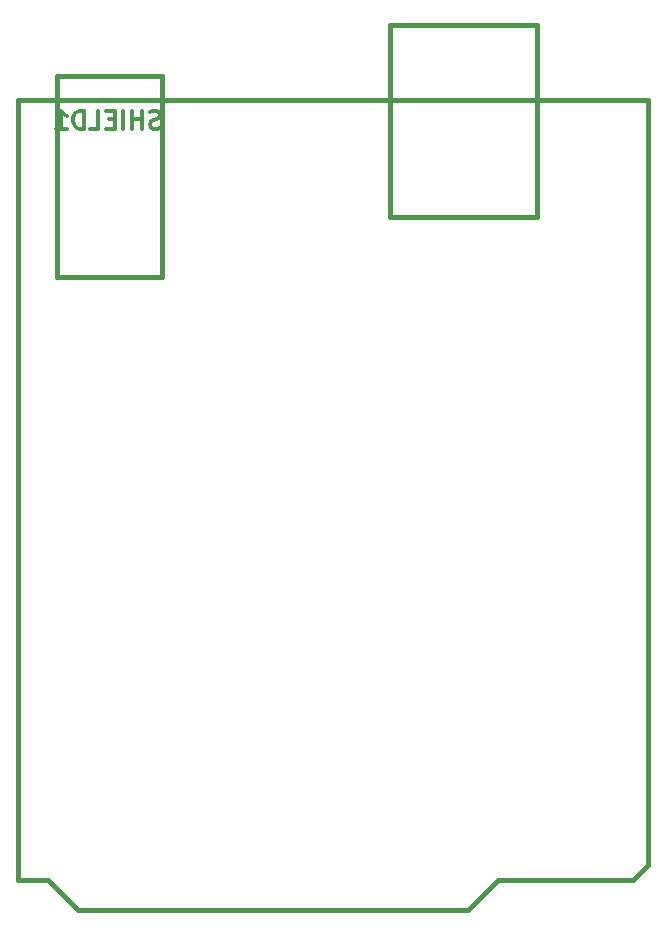
<source format=gbr>
G04 #@! TF.FileFunction,Legend,Bot*
%FSLAX46Y46*%
G04 Gerber Fmt 4.6, Leading zero omitted, Abs format (unit mm)*
G04 Created by KiCad (PCBNEW 4.0.2+dfsg1-stable) date Mon 11 Jun 2018 12:16:28 PM EDT*
%MOMM*%
G01*
G04 APERTURE LIST*
%ADD10C,0.100000*%
%ADD11C,0.381000*%
%ADD12C,0.304800*%
G04 APERTURE END LIST*
D10*
D11*
X32258000Y-54356000D02*
X41148000Y-54356000D01*
X72898000Y-50038000D02*
X72898000Y-66294000D01*
X69596000Y-122428000D02*
X81026000Y-122428000D01*
X81026000Y-122428000D02*
X82296000Y-121158000D01*
X82296000Y-121158000D02*
X82296000Y-56388000D01*
X28956000Y-122428000D02*
X28956000Y-56388000D01*
X28956000Y-56388000D02*
X82296000Y-56388000D01*
X69596000Y-122428000D02*
X67056000Y-124968000D01*
X67056000Y-124968000D02*
X34036000Y-124968000D01*
X34036000Y-124968000D02*
X31496000Y-122428000D01*
X31496000Y-122428000D02*
X28956000Y-122428000D01*
X60452000Y-50038000D02*
X60452000Y-66294000D01*
X60452000Y-50038000D02*
X72898000Y-50038000D01*
X60452000Y-66294000D02*
X72898000Y-66294000D01*
X32258000Y-71374000D02*
X41148000Y-71374000D01*
X32258000Y-71374000D02*
X32258000Y-54356000D01*
X41148000Y-71374000D02*
X41148000Y-54356000D01*
D12*
X40966571Y-58782857D02*
X40748857Y-58855429D01*
X40386000Y-58855429D01*
X40240857Y-58782857D01*
X40168286Y-58710286D01*
X40095714Y-58565143D01*
X40095714Y-58420000D01*
X40168286Y-58274857D01*
X40240857Y-58202286D01*
X40386000Y-58129714D01*
X40676286Y-58057143D01*
X40821428Y-57984571D01*
X40894000Y-57912000D01*
X40966571Y-57766857D01*
X40966571Y-57621714D01*
X40894000Y-57476571D01*
X40821428Y-57404000D01*
X40676286Y-57331429D01*
X40313428Y-57331429D01*
X40095714Y-57404000D01*
X39442571Y-58855429D02*
X39442571Y-57331429D01*
X39442571Y-58057143D02*
X38571714Y-58057143D01*
X38571714Y-58855429D02*
X38571714Y-57331429D01*
X37846000Y-58855429D02*
X37846000Y-57331429D01*
X37120286Y-58057143D02*
X36612286Y-58057143D01*
X36394572Y-58855429D02*
X37120286Y-58855429D01*
X37120286Y-57331429D01*
X36394572Y-57331429D01*
X35015715Y-58855429D02*
X35741429Y-58855429D01*
X35741429Y-57331429D01*
X34507715Y-58855429D02*
X34507715Y-57331429D01*
X34144858Y-57331429D01*
X33927143Y-57404000D01*
X33782001Y-57549143D01*
X33709429Y-57694286D01*
X33636858Y-57984571D01*
X33636858Y-58202286D01*
X33709429Y-58492571D01*
X33782001Y-58637714D01*
X33927143Y-58782857D01*
X34144858Y-58855429D01*
X34507715Y-58855429D01*
X32185429Y-58855429D02*
X33056286Y-58855429D01*
X32620858Y-58855429D02*
X32620858Y-57331429D01*
X32766001Y-57549143D01*
X32911143Y-57694286D01*
X33056286Y-57766857D01*
M02*

</source>
